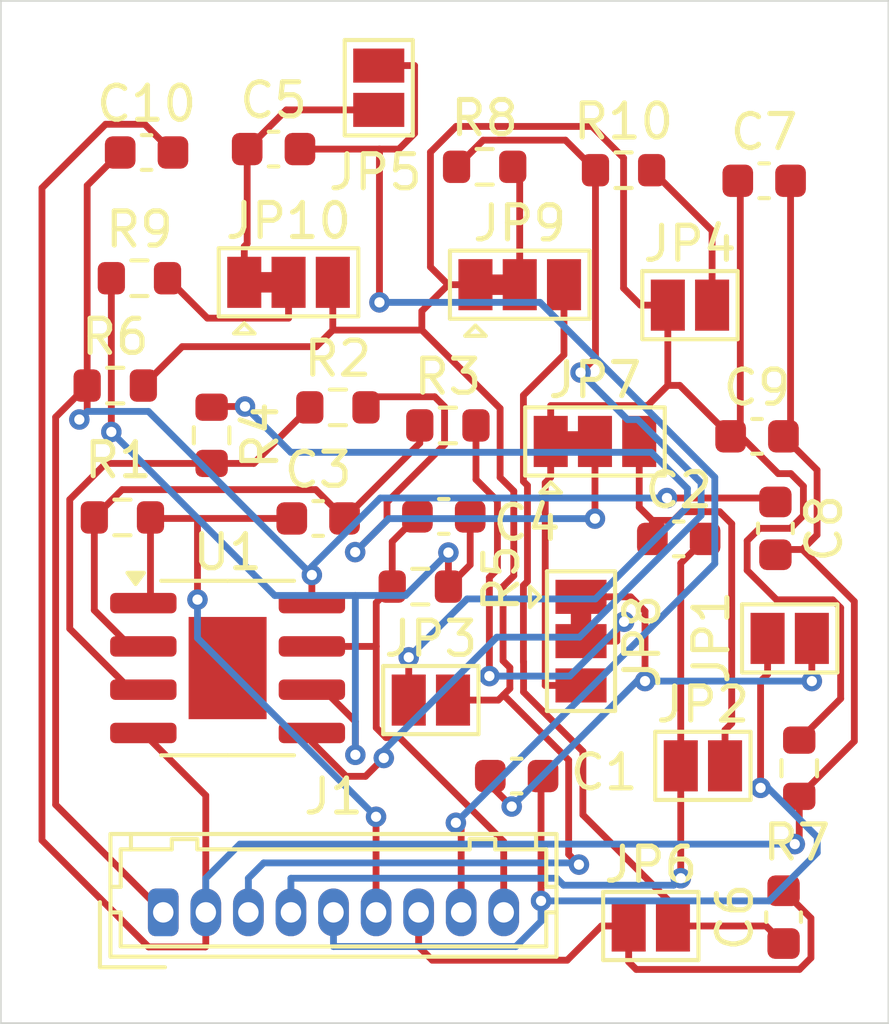
<source format=kicad_pcb>
(kicad_pcb (version 20240108) (generator "pcbnew") (generator_version "8.0")
  (layers (0 "F.Cu" signal) (31 "B.Cu" signal) (34 "B.Paste" user) (35 "F.Paste" user) (36 "B.SilkS" user "B.Silkscreen") (37 "F.SilkS" user "F.Silkscreen") (38 "B.Mask" user) (39 "F.Mask" user) (44 "Edge.Cuts" user))
  (net 0 "")
  (net 1 "Net-(JP1-B)")
  (net 2 "-IN1")
  (net 3 "Net-(JP2-B)")
  (net 4 "+IN1")
  (net 5 "OUT1")
  (net 6 "OUT2")
  (net 7 "Net-(JP10-A)")
  (net 8 "-IN2")
  (net 9 "+IN2")
  (net 10 "Net-(JP6-B)")
  (net 11 "-VEE")
  (net 12 "VREF")
  (net 13 "VCC")
  (net 14 "Net-(JP3-A)")
  (net 15 "Net-(JP4-B)")
  (net 16 "Net-(JP7-C)")
  (net 17 "Net-(JP8-C)")
  (net 18 "Net-(JP9-C)")
  (net 19 "Net-(JP10-C)")
  (net 20 "Net-(U1A--)")
  (net 21 "Net-(U1B--)")
  (net 22 "Net-(U1A-+)")
  (net 23 "Net-(U1B-+)")
  (footprint "Capacitor_SMD:C_0603_1608Metric" (layer "F.Cu") (at 59.52 49.93)
    (property "Reference" "C10" (at 0 -1.43 0) (layer "F.SilkS"))
    (property "Value" "10uF")
    (pad "1" smd roundrect (at -0.775 0) (size 0.9 0.95) (layers "F.Cu" "F.Paste" "F.Mask") (net 13 "VCC"))
    (pad "2" smd roundrect (at 0.775 0) (size 0.9 0.95) (layers "F.Cu" "F.Paste" "F.Mask") (net 11 "-VEE"))
  )
  (footprint "Capacitor_SMD:C_0603_1608Metric" (layer "F.Cu") (at 70.39 68.23)
    (property "Reference" "C1" (at 2.57 -0.11 0) (layer "F.SilkS"))
    (property "Value" "1.0uF")
    (pad "1" smd roundrect (at -0.775 0) (size 0.9 0.95) (layers "F.Cu" "F.Paste" "F.Mask") (net 1 "Net-(JP1-B)"))
    (pad "2" smd roundrect (at 0.775 0) (size 0.9 0.95) (layers "F.Cu" "F.Paste" "F.Mask") (net 2 "-IN1"))
  )
  (footprint "Resistor_SMD:R_0603_1608Metric" (layer "F.Cu") (at 69.45 50.35)
    (property "Reference" "R8" (at 0 -1.43 0) (layer "F.SilkS"))
    (property "Value" "10k")
    (pad "1" smd roundrect (at -0.825 0) (size 0.8 0.95) (layers "F.Cu" "F.Paste" "F.Mask") (net 23 "Net-(U1B-+)"))
    (pad "2" smd roundrect (at 0.825 0) (size 0.8 0.95) (layers "F.Cu" "F.Paste" "F.Mask") (net 18 "Net-(JP9-C)"))
  )
  (footprint "Jumper:SolderJumper-2_P1.3mm_Open_Pad1.0x1.5mm" (layer "F.Cu") (at 74.33 72.63)
    (property "Reference" "JP6" (at 0 -1.8 0) (layer "F.SilkS"))
    (property "Value" "SolderJumper_2_Open")
    (pad "1" smd rect (at -0.65 0) (size 1 1.5) (layers "F.Cu" "F.Mask") (net 9 "+IN2"))
    (pad "2" smd rect (at 0.65 0) (size 1 1.5) (layers "F.Cu" "F.Mask") (net 10 "Net-(JP6-B)"))
  )
  (footprint "Resistor_SMD:R_0603_1608Metric" (layer "F.Cu") (at 78.69 68 -90)
    (property "Reference" "R7" (at 2.18 0.07 0) (layer "F.SilkS"))
    (property "Value" "2.2k")
    (pad "1" smd roundrect (at -0.825 0 270) (size 0.8 0.95) (layers "F.Cu" "F.Paste" "F.Mask") (net 12 "VREF"))
    (pad "2" smd roundrect (at 0.825 0 270) (size 0.8 0.95) (layers "F.Cu" "F.Paste" "F.Mask") (net 11 "-VEE"))
  )
  (footprint "Jumper:SolderJumper-2_P1.3mm_Open_Pad1.0x1.5mm" (layer "F.Cu") (at 66.34 48.03 -90)
    (property "Reference" "JP5" (at 2.48 0.1 0) (layer "F.SilkS"))
    (property "Value" "SolderJumper_2_Open")
    (pad "1" smd rect (at -0.65 0 270) (size 1 1.5) (layers "F.Cu" "F.Mask") (net 8 "-IN2"))
    (pad "2" smd rect (at 0.65 0 270) (size 1 1.5) (layers "F.Cu" "F.Mask") (net 7 "Net-(JP10-A)"))
  )
  (footprint "Connector_Hirose:Hirose_DF13-09P-1.25DSA_1x09_P1.25mm_Vertical" (layer "F.Cu") (at 60.01 72.23)
    (property "Reference" "J1" (at 5 -3.4 0) (layer "F.SilkS"))
    (property "Value" "Conn_01x09")
    (pad "1" thru_hole roundrect (at 0 0) (size 0.9 1.4) (drill 0.6) (layers "*.Cu" "*.Mask") (net 13 "VCC"))
    (pad "2" thru_hole oval (at 1.25 0) (size 0.9 1.4) (drill 0.6) (layers "*.Cu" "*.Mask") (net 11 "-VEE"))
    (pad "3" thru_hole oval (at 2.5 0) (size 0.9 1.4) (drill 0.6) (layers "*.Cu" "*.Mask") (net 12 "VREF"))
    (pad "4" thru_hole oval (at 3.75 0) (size 0.9 1.4) (drill 0.6) (layers "*.Cu" "*.Mask") (net 4 "+IN1"))
    (pad "5" thru_hole oval (at 5 0) (size 0.9 1.4) (drill 0.6) (layers "*.Cu" "*.Mask") (net 2 "-IN1"))
    (pad "6" thru_hole oval (at 6.25 0) (size 0.9 1.4) (drill 0.6) (layers "*.Cu" "*.Mask") (net 5 "OUT1"))
    (pad "7" thru_hole oval (at 7.5 0) (size 0.9 1.4) (drill 0.6) (layers "*.Cu" "*.Mask") (net 9 "+IN2"))
    (pad "8" thru_hole oval (at 8.75 0) (size 0.9 1.4) (drill 0.6) (layers "*.Cu" "*.Mask") (net 8 "-IN2"))
    (pad "9" thru_hole oval (at 10 0) (size 0.9 1.4) (drill 0.6) (layers "*.Cu" "*.Mask") (net 6 "OUT2"))
  )
  (footprint "Capacitor_SMD:C_0603_1608Metric" (layer "F.Cu") (at 77.66 50.76)
    (property "Reference" "C7" (at 0 -1.43 0) (layer "F.SilkS"))
    (property "Value" "0.1uF")
    (pad "1" smd roundrect (at -0.775 0) (size 0.9 0.95) (layers "F.Cu" "F.Paste" "F.Mask") (net 12 "VREF"))
    (pad "2" smd roundrect (at 0.775 0) (size 0.9 0.95) (layers "F.Cu" "F.Paste" "F.Mask") (net 11 "-VEE"))
  )
  (footprint "Jumper:SolderJumper-3_P1.3mm_Bridged12_Pad1.0x1.5mm" (layer "F.Cu") (at 63.69 53.74)
    (property "Reference" "JP10" (at 0 -1.8 0) (layer "F.SilkS"))
    (property "Value" "SolderJumper_3_Bridged12")
    (fp_poly (pts (xy -0.9 -0.3) (xy -0.4 -0.3) (xy -0.4 0.3) (xy -0.9 0.3)) (fill solid) (layer "F.Cu"))
    (pad "1" smd rect (at -1.3 0) (size 1 1.5) (layers "F.Cu" "F.Mask") (net 7 "Net-(JP10-A)"))
    (pad "2" smd rect (at 0 0) (size 1 1.5) (layers "F.Cu" "F.Mask") (net 19 "Net-(JP10-C)"))
    (pad "3" smd rect (at 1.3 0) (size 1 1.5) (layers "F.Cu" "F.Mask") (net 12 "VREF"))
  )
  (footprint "Resistor_SMD:R_0603_1608Metric" (layer "F.Cu") (at 68.37 57.94)
    (property "Reference" "R3" (at 0 -1.43 0) (layer "F.SilkS"))
    (property "Value" "10k")
    (pad "1" smd roundrect (at -0.825 0) (size 0.8 0.95) (layers "F.Cu" "F.Paste" "F.Mask") (net 20 "Net-(U1A--)"))
    (pad "2" smd roundrect (at 0.825 0) (size 0.8 0.95) (layers "F.Cu" "F.Paste" "F.Mask") (net 17 "Net-(JP8-C)"))
  )
  (footprint "Jumper:SolderJumper-3_P1.3mm_Bridged12_Pad1.0x1.5mm" (layer "F.Cu") (at 70.48 53.81)
    (property "Reference" "JP9" (at 0 -1.8 0) (layer "F.SilkS"))
    (property "Value" "SolderJumper_3_Bridged12")
    (fp_poly (pts (xy -0.9 -0.3) (xy -0.4 -0.3) (xy -0.4 0.3) (xy -0.9 0.3)) (fill solid) (layer "F.Cu"))
    (pad "1" smd rect (at -1.3 0) (size 1 1.5) (layers "F.Cu" "F.Mask") (net 12 "VREF"))
    (pad "2" smd rect (at 0 0) (size 1 1.5) (layers "F.Cu" "F.Mask") (net 18 "Net-(JP9-C)"))
    (pad "3" smd rect (at 1.3 0) (size 1 1.5) (layers "F.Cu" "F.Mask") (net 10 "Net-(JP6-B)"))
  )
  (footprint "Resistor_SMD:R_0603_1608Metric" (layer "F.Cu") (at 73.53 50.45)
    (property "Reference" "R10" (at 0 -1.43 0) (layer "F.SilkS"))
    (property "Value" "47k")
    (pad "1" smd roundrect (at -0.825 0) (size 0.8 0.95) (layers "F.Cu" "F.Paste" "F.Mask") (net 23 "Net-(U1B-+)"))
    (pad "2" smd roundrect (at 0.825 0) (size 0.8 0.95) (layers "F.Cu" "F.Paste" "F.Mask") (net 15 "Net-(JP4-B)"))
  )
  (footprint "Capacitor_SMD:C_0603_1608Metric" (layer "F.Cu") (at 68.25 60.61)
    (property "Reference" "C4" (at 2.44 0.19 0) (layer "F.SilkS"))
    (property "Value" "DNP")
    (pad "1" smd roundrect (at -0.775 0) (size 0.9 0.95) (layers "F.Cu" "F.Paste" "F.Mask") (net 6 "OUT2"))
    (pad "2" smd roundrect (at 0.775 0) (size 0.9 0.95) (layers "F.Cu" "F.Paste" "F.Mask") (net 21 "Net-(U1B--)"))
  )
  (footprint "Jumper:SolderJumper-2_P1.3mm_Open_Pad1.0x1.5mm" (layer "F.Cu") (at 75.48 54.41)
    (property "Reference" "JP4" (at 0 -1.8 0) (layer "F.SilkS"))
    (property "Value" "SolderJumper_2_Open")
    (pad "1" smd rect (at -0.65 0) (size 1 1.5) (layers "F.Cu" "F.Mask") (net 12 "VREF"))
    (pad "2" smd rect (at 0.65 0) (size 1 1.5) (layers "F.Cu" "F.Mask") (net 15 "Net-(JP4-B)"))
  )
  (footprint "Jumper:SolderJumper-2_P1.3mm_Open_Pad1.0x1.5mm" (layer "F.Cu") (at 78.41 64.19)
    (property "Reference" "JP1" (at -2.3 -0.03 -90) (layer "F.SilkS"))
    (property "Value" "SolderJumper_2_Open")
    (pad "1" smd rect (at -0.65 0) (size 1 1.5) (layers "F.Cu" "F.Mask") (net 2 "-IN1"))
    (pad "2" smd rect (at 0.65 0) (size 1 1.5) (layers "F.Cu" "F.Mask") (net 1 "Net-(JP1-B)"))
  )
  (footprint "Capacitor_SMD:C_0603_1608Metric" (layer "F.Cu") (at 78.23 72.37 90)
    (property "Reference" "C6" (at 0 -1.43 90) (layer "F.SilkS"))
    (property "Value" "1.0uF")
    (pad "1" smd roundrect (at -0.775 0 90) (size 0.9 0.95) (layers "F.Cu" "F.Paste" "F.Mask") (net 10 "Net-(JP6-B)"))
    (pad "2" smd roundrect (at 0.775 0 90) (size 0.9 0.95) (layers "F.Cu" "F.Paste" "F.Mask") (net 9 "+IN2"))
  )
  (footprint "Jumper:SolderJumper-3_P1.3mm_Bridged12_Pad1.0x1.5mm" (layer "F.Cu") (at 72.28 64.27 -90)
    (property "Reference" "JP8" (at 0 -1.8 90) (layer "F.SilkS"))
    (property "Value" "SolderJumper_3_Bridged12")
    (fp_poly (pts (xy -0.9 -0.3) (xy -0.4 -0.3) (xy -0.4 0.3) (xy -0.9 0.3)) (fill solid) (layer "F.Cu"))
    (pad "1" smd rect (at -1.3 0 270) (size 1 1.5) (layers "F.Cu" "F.Mask") (net 1 "Net-(JP1-B)"))
    (pad "2" smd rect (at 0 0 270) (size 1 1.5) (layers "F.Cu" "F.Mask") (net 17 "Net-(JP8-C)"))
    (pad "3" smd rect (at 1.3 0 270) (size 1 1.5) (layers "F.Cu" "F.Mask") (net 12 "VREF"))
  )
  (footprint "Capacitor_SMD:C_0603_1608Metric" (layer "F.Cu") (at 75.15 61.27)
    (property "Reference" "C2" (at 0 -1.43 0) (layer "F.SilkS"))
    (property "Value" "1.0uF")
    (pad "1" smd roundrect (at -0.775 0) (size 0.9 0.95) (layers "F.Cu" "F.Paste" "F.Mask") (net 3 "Net-(JP2-B)"))
    (pad "2" smd roundrect (at 0.775 0) (size 0.9 0.95) (layers "F.Cu" "F.Paste" "F.Mask") (net 4 "+IN1"))
  )
  (footprint "Capacitor_SMD:C_0603_1608Metric" (layer "F.Cu") (at 77.99 60.96 -90)
    (property "Reference" "C8" (at 0 -1.43 90) (layer "F.SilkS"))
    (property "Value" "0.1uF")
    (pad "1" smd roundrect (at -0.775 0 270) (size 0.9 0.95) (layers "F.Cu" "F.Paste" "F.Mask") (net 13 "VCC"))
    (pad "2" smd roundrect (at 0.775 0 270) (size 0.9 0.95) (layers "F.Cu" "F.Paste" "F.Mask") (net 11 "-VEE"))
  )
  (footprint "Jumper:SolderJumper-2_P1.3mm_Open_Pad1.0x1.5mm" (layer "F.Cu") (at 75.86 67.93)
    (property "Reference" "JP2" (at 0 -1.8 0) (layer "F.SilkS"))
    (property "Value" "SolderJumper_2_Open")
    (pad "1" smd rect (at -0.65 0) (size 1 1.5) (layers "F.Cu" "F.Mask") (net 4 "+IN1"))
    (pad "2" smd rect (at 0.65 0) (size 1 1.5) (layers "F.Cu" "F.Mask") (net 3 "Net-(JP2-B)"))
  )
  (footprint "Resistor_SMD:R_0603_1608Metric" (layer "F.Cu") (at 59.31 53.62)
    (property "Reference" "R9" (at 0 -1.43 0) (layer "F.SilkS"))
    (property "Value" "10k")
    (pad "1" smd roundrect (at -0.825 0) (size 0.8 0.95) (layers "F.Cu" "F.Paste" "F.Mask") (net 21 "Net-(U1B--)"))
    (pad "2" smd roundrect (at 0.825 0) (size 0.8 0.95) (layers "F.Cu" "F.Paste" "F.Mask") (net 19 "Net-(JP10-C)"))
  )
  (footprint "Jumper:SolderJumper-2_P1.3mm_Open_Pad1.0x1.5mm" (layer "F.Cu") (at 67.87 66)
    (property "Reference" "JP3" (at 0 -1.8 0) (layer "F.SilkS"))
    (property "Value" "SolderJumper_2_Open")
    (pad "1" smd rect (at -0.65 0) (size 1 1.5) (layers "F.Cu" "F.Mask") (net 14 "Net-(JP3-A)"))
    (pad "2" smd rect (at 0.65 0) (size 1 1.5) (layers "F.Cu" "F.Mask") (net 12 "VREF"))
  )
  (footprint "Capacitor_SMD:C_0603_1608Metric" (layer "F.Cu") (at 64.56 60.67)
    (property "Reference" "C3" (at 0 -1.43 0) (layer "F.SilkS"))
    (property "Value" "DNP")
    (pad "1" smd roundrect (at -0.775 0) (size 0.9 0.95) (layers "F.Cu" "F.Paste" "F.Mask") (net 5 "OUT1"))
    (pad "2" smd roundrect (at 0.775 0) (size 0.9 0.95) (layers "F.Cu" "F.Paste" "F.Mask") (net 20 "Net-(U1A--)"))
  )
  (footprint "Resistor_SMD:R_0603_1608Metric" (layer "F.Cu") (at 61.43 58.23 -90)
    (property "Reference" "R4" (at 0 -1.43 90) (layer "F.SilkS"))
    (property "Value" "47k")
    (pad "1" smd roundrect (at -0.825 0 270) (size 0.8 0.95) (layers "F.Cu" "F.Paste" "F.Mask") (net 14 "Net-(JP3-A)"))
    (pad "2" smd roundrect (at 0.825 0 270) (size 0.8 0.95) (layers "F.Cu" "F.Paste" "F.Mask") (net 22 "Net-(U1A-+)"))
  )
  (footprint "Resistor_SMD:R_0603_1608Metric" (layer "F.Cu") (at 58.81 60.64 180)
    (property "Reference" "R1" (at 0.12 1.68 0) (layer "F.SilkS"))
    (property "Value" "47k")
    (pad "1" smd roundrect (at -0.825 0 180) (size 0.8 0.95) (layers "F.Cu" "F.Paste" "F.Mask") (net 5 "OUT1"))
    (pad "2" smd roundrect (at 0.825 0 180) (size 0.8 0.95) (layers "F.Cu" "F.Paste" "F.Mask") (net 20 "Net-(U1A--)"))
  )
  (footprint "Capacitor_SMD:C_0603_1608Metric" (layer "F.Cu") (at 63.25 49.83)
    (property "Reference" "C5" (at 0 -1.43 0) (layer "F.SilkS"))
    (property "Value" "1.0uF")
    (pad "1" smd roundrect (at -0.775 0) (size 0.9 0.95) (layers "F.Cu" "F.Paste" "F.Mask") (net 7 "Net-(JP10-A)"))
    (pad "2" smd roundrect (at 0.775 0) (size 0.9 0.95) (layers "F.Cu" "F.Paste" "F.Mask") (net 8 "-IN2"))
  )
  (footprint "Resistor_SMD:R_0603_1608Metric" (layer "F.Cu") (at 67.56 62.67)
    (property "Reference" "R5" (at 2.38 -0.24 -90) (layer "F.SilkS"))
    (property "Value" "47k")
    (pad "1" smd roundrect (at -0.825 0) (size 0.8 0.95) (layers "F.Cu" "F.Paste" "F.Mask") (net 6 "OUT2"))
    (pad "2" smd roundrect (at 0.825 0) (size 0.8 0.95) (layers "F.Cu" "F.Paste" "F.Mask") (net 21 "Net-(U1B--)"))
  )
  (footprint "Jumper:SolderJumper-3_P1.3mm_Bridged12_Pad1.0x1.5mm" (layer "F.Cu") (at 72.69 58.41)
    (property "Reference" "JP7" (at 0 -1.8 0) (layer "F.SilkS"))
    (property "Value" "SolderJumper_3_Bridged12")
    (fp_poly (pts (xy -0.9 -0.3) (xy -0.4 -0.3) (xy -0.4 0.3) (xy -0.9 0.3)) (fill solid) (layer "F.Cu"))
    (pad "1" smd rect (at -1.3 0) (size 1 1.5) (layers "F.Cu" "F.Mask") (net 12 "VREF"))
    (pad "2" smd rect (at 0 0) (size 1 1.5) (layers "F.Cu" "F.Mask") (net 16 "Net-(JP7-C)"))
    (pad "3" smd rect (at 1.3 0) (size 1 1.5) (layers "F.Cu" "F.Mask") (net 3 "Net-(JP2-B)"))
  )
  (footprint "Resistor_SMD:R_0603_1608Metric" (layer "F.Cu") (at 58.6 56.77)
    (property "Reference" "R6" (at 0 -1.43 0) (layer "F.SilkS"))
    (property "Value" "2.2k")
    (pad "1" smd roundrect (at -0.825 0) (size 0.8 0.95) (layers "F.Cu" "F.Paste" "F.Mask") (net 13 "VCC"))
    (pad "2" smd roundrect (at 0.825 0) (size 0.8 0.95) (layers "F.Cu" "F.Paste" "F.Mask") (net 12 "VREF"))
  )
  (footprint "Resistor_SMD:R_0603_1608Metric" (layer "F.Cu") (at 65.14 57.41)
    (property "Reference" "R2" (at 0 -1.43 0) (layer "F.SilkS"))
    (property "Value" "10k")
    (pad "1" smd roundrect (at -0.825 0) (size 0.8 0.95) (layers "F.Cu" "F.Paste" "F.Mask") (net 22 "Net-(U1A-+)"))
    (pad "2" smd roundrect (at 0.825 0) (size 0.8 0.95) (layers "F.Cu" "F.Paste" "F.Mask") (net 16 "Net-(JP7-C)"))
  )
  (footprint "Capacitor_SMD:C_0603_1608Metric" (layer "F.Cu") (at 77.45 58.26)
    (property "Reference" "C9" (at 0 -1.43 0) (layer "F.SilkS"))
    (property "Value" "10uF")
    (pad "1" smd roundrect (at -0.775 0) (size 0.9 0.95) (layers "F.Cu" "F.Paste" "F.Mask") (net 12 "VREF"))
    (pad "2" smd roundrect (at 0.775 0) (size 0.9 0.95) (layers "F.Cu" "F.Paste" "F.Mask") (net 11 "-VEE"))
  )
  (footprint "Package_SO:SOIC-8-1EP_3.9x4.9mm_P1.27mm_EP2.29x3mm" (layer "F.Cu") (at 61.9 65.06)
    (property "Reference" "U1" (at 0 -3.4 0) (layer "F.SilkS"))
    (property "Value" "TSH82")
    (pad "1" smd roundrect (at -2.475 -1.905) (size 1.95 0.6) (layers "F.Cu" "F.Paste" "F.Mask") (net 5 "OUT1"))
    (pad "2" smd roundrect (at -2.475 -0.635) (size 1.95 0.6) (layers "F.Cu" "F.Paste" "F.Mask") (net 20 "Net-(U1A--)"))
    (pad "3" smd roundrect (at -2.475 0.635) (size 1.95 0.6) (layers "F.Cu" "F.Paste" "F.Mask") (net 22 "Net-(U1A-+)"))
    (pad "4" smd roundrect (at -2.475 1.905) (size 1.95 0.6) (layers "F.Cu" "F.Paste" "F.Mask") (net 11 "-VEE"))
    (pad "5" smd roundrect (at 2.475 1.905) (size 1.95 0.6) (layers "F.Cu" "F.Paste" "F.Mask") (net 23 "Net-(U1B-+)"))
    (pad "6" smd roundrect (at 2.475 0.635) (size 1.95 0.6) (layers "F.Cu" "F.Paste" "F.Mask") (net 21 "Net-(U1B--)"))
    (pad "7" smd roundrect (at 2.475 -0.635) (size 1.95 0.6) (layers "F.Cu" "F.Paste" "F.Mask") (net 6 "OUT2"))
    (pad "8" smd roundrect (at 2.475 -1.905) (size 1.95 0.6) (layers "F.Cu" "F.Paste" "F.Mask") (net 13 "VCC"))
    (pad "9" smd rect (at 0 0) (size 2.29 3) (property pad_prop_heatsink) (layers "F.Cu" "F.Mask"))
  )
  (gr_rect (start 55.24 45.48) (end 81.31 75.48) (stroke (width 0.05)) (fill none) (layer "Edge.Cuts"))
  (segment (start 79.06 64.19) (end 79.06 65.2417) (width 0.2) (layer "F.Cu") (net 1))
  (segment (start 79.06 65.2417) (end 79.06 65.4427) (width 0.2) (layer "F.Cu") (net 1))
  (segment (start 72.28 62.97) (end 73.7377 62.97) (width 0.2) (layer "F.Cu") (net 1))
  (segment (start 74.1599 63.3922) (end 74.1599 65.4427) (width 0.2) (layer "F.Cu") (net 1))
  (segment (start 69.615 68.4944) (end 70.2445 69.1239) (width 0.2) (layer "F.Cu") (net 1))
  (segment (start 73.7377 62.97) (end 74.1599 63.3922) (width 0.2) (layer "F.Cu") (net 1))
  (segment (start 69.615 68.23) (end 69.615 68.4944) (width 0.2) (layer "F.Cu") (net 1))
  (via (at 70.2445 69.1239) (size 0.6) (drill 0.3) (layers "F.Cu" "B.Cu") (net 1))
  (via (at 74.1599 65.4427) (size 0.6) (drill 0.3) (layers "F.Cu" "B.Cu") (net 1))
  (via (at 79.06 65.4427) (size 0.6) (drill 0.3) (layers "F.Cu" "B.Cu") (net 1))
  (segment (start 73.9257 65.4427) (end 70.2445 69.1239) (width 0.2) (layer "B.Cu") (net 1))
  (segment (start 74.1599 65.4427) (end 73.9257 65.4427) (width 0.2) (layer "B.Cu") (net 1))
  (segment (start 79.06 65.4427) (end 74.1599 65.4427) (width 0.2) (layer "B.Cu") (net 1))
  (segment (start 77.76 64.19) (end 77.76 65.2417) (width 0.2) (layer "F.Cu") (net 2))
  (segment (start 71.1059 68.2891) (end 71.165 68.23) (width 0.2) (layer "F.Cu") (net 2))
  (segment (start 71.1059 71.8931) (end 71.1059 68.2891) (width 0.2) (layer "F.Cu") (net 2))
  (segment (start 77.5545 65.4472) (end 77.5545 68.5767) (width 0.2) (layer "F.Cu") (net 2))
  (segment (start 77.76 65.2417) (end 77.5545 65.4472) (width 0.2) (layer "F.Cu") (net 2))
  (via (at 71.1059 71.8931) (size 0.6) (drill 0.3) (layers "F.Cu" "B.Cu") (net 2))
  (via (at 77.5545 68.5767) (size 0.6) (drill 0.3) (layers "F.Cu" "B.Cu") (net 2))
  (segment (start 65.01 73.2317) (end 70.3662 73.2317) (width 0.2) (layer "B.Cu") (net 2))
  (segment (start 79.2186 70.48) (end 79.2186 70.0209) (width 0.2) (layer "B.Cu") (net 2))
  (segment (start 77.7744 68.5767) (end 77.5545 68.5767) (width 0.2) (layer "B.Cu") (net 2))
  (segment (start 70.3662 73.2317) (end 71.1059 72.492) (width 0.2) (layer "B.Cu") (net 2))
  (segment (start 65.01 72.23) (end 65.01 73.2317) (width 0.2) (layer "B.Cu") (net 2))
  (segment (start 71.1059 71.8931) (end 77.8055 71.8931) (width 0.2) (layer "B.Cu") (net 2))
  (segment (start 77.8055 71.8931) (end 79.2186 70.48) (width 0.2) (layer "B.Cu") (net 2))
  (segment (start 79.2186 70.0209) (end 77.7744 68.5767) (width 0.2) (layer "B.Cu") (net 2))
  (segment (start 71.1059 72.492) (end 71.1059 71.8931) (width 0.2) (layer "B.Cu") (net 2))
  (segment (start 73.99 60.3417) (end 74.375 60.7267) (width 0.2) (layer "F.Cu") (net 3))
  (segment (start 74.375 60.7267) (end 74.375 61.27) (width 0.2) (layer "F.Cu") (net 3))
  (segment (start 76.7066 66.6817) (end 76.51 66.8783) (width 0.2) (layer "F.Cu") (net 3))
  (segment (start 75.2549 60.4721) (end 76.3532 60.4721) (width 0.2) (layer "F.Cu") (net 3))
  (segment (start 76.7066 60.8255) (end 76.7066 66.6817) (width 0.2) (layer "F.Cu") (net 3))
  (segment (start 76.51 67.93) (end 76.51 66.8783) (width 0.2) (layer "F.Cu") (net 3))
  (segment (start 74.375 60.7267) (end 75.0003 60.7267) (width 0.2) (layer "F.Cu") (net 3))
  (segment (start 75.0003 60.7267) (end 75.2549 60.4721) (width 0.2) (layer "F.Cu") (net 3))
  (segment (start 73.99 59.4617) (end 73.99 60.3417) (width 0.2) (layer "F.Cu") (net 3))
  (segment (start 73.99 58.41) (end 73.99 59.4617) (width 0.2) (layer "F.Cu") (net 3))
  (segment (start 76.3532 60.4721) (end 76.7066 60.8255) (width 0.2) (layer "F.Cu") (net 3))
  (segment (start 75.21 67.93) (end 75.21 71.2283) (width 0.2) (layer "F.Cu") (net 4))
  (segment (start 75.21 61.985) (end 75.21 67.93) (width 0.2) (layer "F.Cu") (net 4))
  (segment (start 75.925 61.27) (end 75.21 61.985) (width 0.2) (layer "F.Cu") (net 4))
  (via (at 75.21 71.2283) (size 0.6) (drill 0.3) (layers "F.Cu" "B.Cu") (net 4))
  (segment (start 71.5651 71.2283) (end 71.7694 71.4326) (width 0.2) (layer "B.Cu") (net 4))
  (segment (start 63.76 72.23) (end 63.76 71.2283) (width 0.2) (layer "B.Cu") (net 4))
  (segment (start 63.76 71.2283) (end 71.5651 71.2283) (width 0.2) (layer "B.Cu") (net 4))
  (segment (start 75.0057 71.4326) (end 75.21 71.2283) (width 0.2) (layer "B.Cu") (net 4))
  (segment (start 71.7694 71.4326) (end 75.0057 71.4326) (width 0.2) (layer "B.Cu") (net 4))
  (segment (start 59.635 62.945) (end 59.635 60.64) (width 0.2) (layer "F.Cu") (net 5))
  (segment (start 61.0153 60.67) (end 61.0153 63.0513) (width 0.2) (layer "F.Cu") (net 5))
  (segment (start 59.425 63.155) (end 59.635 62.945) (width 0.2) (layer "F.Cu") (net 5))
  (segment (start 59.665 60.67) (end 61.0153 60.67) (width 0.2) (layer "F.Cu") (net 5))
  (segment (start 61.0153 60.67) (end 63.785 60.67) (width 0.2) (layer "F.Cu") (net 5))
  (segment (start 59.635 60.64) (end 59.665 60.67) (width 0.2) (layer "F.Cu") (net 5))
  (segment (start 66.26 72.23) (end 66.26 69.4248) (width 0.2) (layer "F.Cu") (net 5))
  (via (at 66.26 69.4248) (size 0.6) (drill 0.3) (layers "F.Cu" "B.Cu") (net 5))
  (via (at 61.0153 63.0513) (size 0.6) (drill 0.3) (layers "F.Cu" "B.Cu") (net 5))
  (segment (start 66.26 69.4248) (end 61.0153 64.1801) (width 0.2) (layer "B.Cu") (net 5))
  (segment (start 61.0153 64.1801) (end 61.0153 63.0513) (width 0.2) (layer "B.Cu") (net 5))
  (segment (start 67.475 60.61) (end 66.735 61.35) (width 0.2) (layer "F.Cu") (net 6))
  (segment (start 66.9524 67.0984) (end 66.5519 67.0984) (width 0.2) (layer "F.Cu") (net 6))
  (segment (start 66.2652 63.1398) (end 66.2652 64.425) (width 0.2) (layer "F.Cu") (net 6))
  (segment (start 64.375 64.425) (end 66.2652 64.425) (width 0.2) (layer "F.Cu") (net 6))
  (segment (start 66.735 62.67) (end 66.2652 63.1398) (width 0.2) (layer "F.Cu") (net 6))
  (segment (start 66.5519 67.0984) (end 66.2652 66.8117) (width 0.2) (layer "F.Cu") (net 6))
  (segment (start 66.2652 66.8117) (end 66.2652 64.425) (width 0.2) (layer "F.Cu") (net 6))
  (segment (start 70.01 72.23) (end 70.01 70.156) (width 0.2) (layer "F.Cu") (net 6))
  (segment (start 66.735 61.35) (end 66.735 62.67) (width 0.2) (layer "F.Cu") (net 6))
  (segment (start 70.01 70.156) (end 66.9524 67.0984) (width 0.2) (layer "F.Cu") (net 6))
  (segment (start 62.39 53.74) (end 62.39 52.6883) (width 0.2) (layer "F.Cu") (net 7))
  (segment (start 66.34 48.68) (end 63.625 48.68) (width 0.2) (layer "F.Cu") (net 7))
  (segment (start 62.475 49.83) (end 62.475 52.6033) (width 0.2) (layer "F.Cu") (net 7))
  (segment (start 63.625 48.68) (end 62.475 49.83) (width 0.2) (layer "F.Cu") (net 7))
  (segment (start 62.475 52.6033) (end 62.39 52.6883) (width 0.2) (layer "F.Cu") (net 7))
  (segment (start 66.36 49.83) (end 66.36 54.3288) (width 0.2) (layer "F.Cu") (net 8))
  (segment (start 66.34 47.38) (end 67.3917 47.38) (width 0.2) (layer "F.Cu") (net 8))
  (segment (start 68.76 72.23) (end 68.76 69.7569) (width 0.2) (layer "F.Cu") (net 8))
  (segment (start 68.76 69.7569) (end 68.6043 69.6012) (width 0.2) (layer "F.Cu") (net 8))
  (segment (start 67.3917 49.3707) (end 66.9324 49.83) (width 0.2) (layer "F.Cu") (net 8))
  (segment (start 67.3917 47.38) (end 67.3917 49.3707) (width 0.2) (layer "F.Cu") (net 8))
  (segment (start 66.36 49.83) (end 64.025 49.83) (width 0.2) (layer "F.Cu") (net 8))
  (segment (start 66.9324 49.83) (end 66.36 49.83) (width 0.2) (layer "F.Cu") (net 8))
  (via (at 66.36 54.3288) (size 0.6) (drill 0.3) (layers "F.Cu" "B.Cu") (net 8))
  (via (at 68.6043 69.6012) (size 0.6) (drill 0.3) (layers "F.Cu" "B.Cu") (net 8))
  (segment (start 66.36 54.3288) (end 71.077 54.3288) (width 0.2) (layer "B.Cu") (net 8))
  (segment (start 71.077 54.3288) (end 76.2093 59.4611) (width 0.2) (layer "B.Cu") (net 8))
  (segment (start 76.2093 61.9962) (end 68.6043 69.6012) (width 0.2) (layer "B.Cu") (net 8))
  (segment (start 76.2093 59.4611) (end 76.2093 61.9962) (width 0.2) (layer "B.Cu") (net 8))
  (segment (start 73.68 72.63) (end 73.68 73.6817) (width 0.2) (layer "F.Cu") (net 9))
  (segment (start 73.903 73.9047) (end 78.6957 73.9047) (width 0.2) (layer "F.Cu") (net 9))
  (segment (start 73.68 72.63) (end 72.8783 72.63) (width 0.2) (layer "F.Cu") (net 9))
  (segment (start 78.6957 73.9047) (end 79.0342 73.5662) (width 0.2) (layer "F.Cu") (net 9))
  (segment (start 67.51 72.23) (end 67.51 73.2317) (width 0.2) (layer "F.Cu") (net 9))
  (segment (start 67.51 73.2317) (end 67.9117 73.6334) (width 0.2) (layer "F.Cu") (net 9))
  (segment (start 71.8749 73.6334) (end 72.8783 72.63) (width 0.2) (layer "F.Cu") (net 9))
  (segment (start 79.0342 73.5662) (end 79.0342 72.3992) (width 0.2) (layer "F.Cu") (net 9))
  (segment (start 79.0342 72.3992) (end 78.23 71.595) (width 0.2) (layer "F.Cu") (net 9))
  (segment (start 73.68 73.6817) (end 73.903 73.9047) (width 0.2) (layer "F.Cu") (net 9))
  (segment (start 67.9117 73.6334) (end 71.8749 73.6334) (width 0.2) (layer "F.Cu") (net 9))
  (segment (start 70.5923 64.8804) (end 70.5883 64.8764) (width 0.2) (layer "F.Cu") (net 10))
  (segment (start 70.5883 57.0567) (end 71.78 55.865) (width 0.2) (layer "F.Cu") (net 10))
  (segment (start 70.5883 59.5824) (end 70.5883 57.0567) (width 0.2) (layer "F.Cu") (net 10))
  (segment (start 74.98 72.63) (end 74.98 72.0118) (width 0.2) (layer "F.Cu") (net 10))
  (segment (start 70.7072 59.7013) (end 70.5883 59.5824) (width 0.2) (layer "F.Cu") (net 10))
  (segment (start 71.78 55.865) (end 71.78 53.81) (width 0.2) (layer "F.Cu") (net 10))
  (segment (start 72.3357 69.3675) (end 72.3357 67.5057) (width 0.2) (layer "F.Cu") (net 10))
  (segment (start 70.7072 62.5172) (end 70.7072 59.7013) (width 0.2) (layer "F.Cu") (net 10))
  (segment (start 70.5883 64.8764) (end 70.5883 62.6361) (width 0.2) (layer "F.Cu") (net 10))
  (segment (start 72.3357 67.5057) (end 70.5923 65.7623) (width 0.2) (layer "F.Cu") (net 10))
  (segment (start 77.715 72.63) (end 74.98 72.63) (width 0.2) (layer "F.Cu") (net 10))
  (segment (start 70.5883 62.6361) (end 70.7072 62.5172) (width 0.2) (layer "F.Cu") (net 10))
  (segment (start 78.23 73.145) (end 77.715 72.63) (width 0.2) (layer "F.Cu") (net 10))
  (segment (start 74.98 72.0118) (end 72.3357 69.3675) (width 0.2) (layer "F.Cu") (net 10))
  (segment (start 70.5923 65.7623) (end 70.5923 64.8804) (width 0.2) (layer "F.Cu") (net 10))
  (segment (start 79.2136 61.1506) (end 79.2136 59.2486) (width 0.2) (layer "F.Cu") (net 11))
  (segment (start 61.26 68.8) (end 59.425 66.965) (width 0.2) (layer "F.Cu") (net 11))
  (segment (start 61.2468 73.2449) (end 61.26 73.2317) (width 0.2) (layer "F.Cu") (net 11))
  (segment (start 56.4476 50.9714) (end 56.4476 70.1143) (width 0.2) (layer "F.Cu") (net 11))
  (segment (start 79.2136 59.2486) (end 78.225 58.26) (width 0.2) (layer "F.Cu") (net 11))
  (segment (start 61.26 72.23) (end 61.26 68.8) (width 0.2) (layer "F.Cu") (net 11))
  (segment (start 78.435 58.05) (end 78.225 58.26) (width 0.2) (layer "F.Cu") (net 11))
  (segment (start 78.7833 61.5809) (end 79.2136 61.1506) (width 0.2) (layer "F.Cu") (net 11))
  (segment (start 78.7833 61.5809) (end 78.1441 61.5809) (width 0.2) (layer "F.Cu") (net 11))
  (segment (start 58.3174 49.1016) (end 56.4476 50.9714) (width 0.2) (layer "F.Cu") (net 11))
  (segment (start 80.3077 67.2073) (end 80.3077 63.1053) (width 0.2) (layer "F.Cu") (net 11))
  (segment (start 80.3077 63.1053) (end 78.7833 61.5809) (width 0.2) (layer "F.Cu") (net 11))
  (segment (start 56.4476 70.1143) (end 59.5782 73.2449) (width 0.2) (layer "F.Cu") (net 11))
  (segment (start 78.435 50.76) (end 78.435 58.05) (width 0.2) (layer "F.Cu") (net 11))
  (segment (start 60.295 49.93) (end 59.4666 49.1016) (width 0.2) (layer "F.Cu") (net 11))
  (segment (start 78.69 68.825) (end 78.69 70.0962) (width 0.2) (layer "F.Cu") (net 11))
  (segment (start 78.69 68.825) (end 80.3077 67.2073) (width 0.2) (layer "F.Cu") (net 11))
  (segment (start 78.69 70.0962) (end 78.5596 70.2266) (width 0.2) (layer "F.Cu") (net 11))
  (segment (start 59.4666 49.1016) (end 58.3174 49.1016) (width 0.2) (layer "F.Cu") (net 11))
  (segment (start 61.26 72.23) (end 61.26 73.2317) (width 0.2) (layer "F.Cu") (net 11))
  (segment (start 59.5782 73.2449) (end 61.2468 73.2449) (width 0.2) (layer "F.Cu") (net 11))
  (segment (start 78.1441 61.5809) (end 77.99 61.735) (width 0.2) (layer "F.Cu") (net 11))
  (via (at 78.5596 70.2266) (size 0.6) (drill 0.3) (layers "F.Cu" "B.Cu") (net 11))
  (segment (start 62.2617 70.2266) (end 61.26 71.2283) (width 0.2) (layer "B.Cu") (net 11))
  (segment (start 61.26 72.23) (end 61.26 71.2283) (width 0.2) (layer "B.Cu") (net 11))
  (segment (start 78.5596 70.2266) (end 62.2617 70.2266) (width 0.2) (layer "B.Cu") (net 11))
  (segment (start 73.53 50.0893) (end 72.6064 49.1657) (width 0.2) (layer "F.Cu") (net 12))
  (segment (start 76.8271 58.1079) (end 78.0736 59.3544) (width 0.2) (layer "F.Cu") (net 12))
  (segment (start 69.3217 66) (end 69.8519 66) (width 0.2) (layer "F.Cu") (net 12))
  (segment (start 69.9906 62.6658) (end 69.9906 64.8467) (width 0.2) (layer "F.Cu") (net 12))
  (segment (start 79.906 63.2928) (end 79.906 65.959) (width 0.2) (layer "F.Cu") (net 12))
  (segment (start 70.004 65.8479) (end 71.9176 67.7615) (width 0.2) (layer "F.Cu") (net 12))
  (segment (start 72.6064 49.1657) (end 68.6129 49.1657) (width 0.2) (layer "F.Cu") (net 12))
  (segment (start 64.99 55.1417) (end 67.6052 55.1417) (width 0.2) (layer "F.Cu") (net 12))
  (segment (start 68.3783 53.81) (end 67.6052 54.5831) (width 0.2) (layer "F.Cu") (net 12))
  (segment (start 79.671 63.0578) (end 79.906 63.2928) (width 0.2) (layer "F.Cu") (net 12))
  (segment (start 74.83 54.41) (end 74.0283 54.41) (width 0.2) (layer "F.Cu") (net 12))
  (segment (start 78.8119 60.5842) (end 78.4361 60.96) (width 0.2) (layer "F.Cu") (net 12))
  (segment (start 60.5669 55.6281) (end 64.5036 55.6281) (width 0.2) (layer "F.Cu") (net 12))
  (segment (start 72.28 65.57) (end 71.2283 65.57) (width 0.2) (layer "F.Cu") (net 12))
  (segment (start 69.9906 64.8467) (end 70.1906 65.0467) (width 0.2) (layer "F.Cu") (net 12))
  (segment (start 76.9586 57.9764) (end 76.9586 50.8336) (width 0.2) (layer "F.Cu") (net 12))
  (segment (start 64.5036 55.6281) (end 64.99 55.1417) (width 0.2) (layer "F.Cu") (net 12))
  (segment (start 71.2283 65.57) (end 71.2283 59.6234) (width 0.2) (layer "F.Cu") (net 12))
  (segment (start 78.0736 59.3544) (end 78.4428 59.3544) (width 0.2) (layer "F.Cu") (net 12))
  (segment (start 64.99 53.74) (end 64.99 54.7917) (width 0.2) (layer "F.Cu") (net 12))
  (segment (start 64.99 54.7917) (end 64.99 55.1417) (width 0.2) (layer "F.Cu") (net 12))
  (segment (start 71.39 58.41) (end 71.39 57.3583) (width 0.2) (layer "F.Cu") (net 12))
  (segment (start 78.4361 60.96) (end 77.5243 60.96) (width 0.2) (layer "F.Cu") (net 12))
  (segment (start 67.858 49.9206) (end 67.858 53.2897) (width 0.2) (layer "F.Cu") (net 12))
  (segment (start 59.425 56.77) (end 60.5669 55.6281) (width 0.2) (layer "F.Cu") (net 12))
  (segment (start 71.9176 67.7615) (end 71.9176 70.5266) (width 0.2) (layer "F.Cu") (net 12))
  (segment (start 73.53 53.9117) (end 73.53 50.0893) (width 0.2) (layer "F.Cu") (net 12))
  (segment (start 69.9038 57.4403) (end 69.9038 59.4659) (width 0.2) (layer "F.Cu") (net 12))
  (segment (start 69.18 53.81) (end 68.3783 53.81) (width 0.2) (layer "F.Cu") (net 12))
  (segment (start 70.3055 62.3509) (end 69.9906 62.6658) (width 0.2) (layer "F.Cu") (net 12))
  (segment (start 78.8119 59.7235) (end 78.8119 60.5842) (width 0.2) (layer "F.Cu") (net 12))
  (segment (start 76.9586 50.8336) (end 76.885 50.76) (width 0.2) (layer "F.Cu") (net 12))
  (segment (start 76.8271 58.1079) (end 76.9586 57.9764) (width 0.2) (layer "F.Cu") (net 12))
  (segment (start 77.1604 61.3239) (end 77.1604 62.1923) (width 0.2) (layer "F.Cu") (net 12))
  (segment (start 70.1906 65.6613) (end 70.004 65.8479) (width 0.2) (layer "F.Cu") (net 12))
  (segment (start 67.6052 54.5831) (end 67.6052 55.1417) (width 0.2) (layer "F.Cu") (net 12))
  (segment (start 71.9176 70.5266) (end 72.2195 70.8285) (width 0.2) (layer "F.Cu") (net 12))
  (segment (start 74.0283 54.41) (end 73.53 53.9117) (width 0.2) (layer "F.Cu") (net 12))
  (segment (start 77.5243 60.96) (end 77.1604 61.3239) (width 0.2) (layer "F.Cu") (net 12))
  (segment (start 74.2367 57.3583) (end 74.83 56.765) (width 0.2) (layer "F.Cu") (net 12))
  (segment (start 69.8519 66) (end 70.004 65.8479) (width 0.2) (layer "F.Cu") (net 12))
  (segment (start 78.4428 59.3544) (end 78.8119 59.7235) (width 0.2) (layer "F.Cu") (net 12))
  (segment (start 69.9038 59.4659) (end 70.3055 59.8676) (width 0.2) (layer "F.Cu") (net 12))
  (segment (start 76.675 58.26) (end 75.18 56.765) (width 0.2) (layer "F.Cu") (net 12))
  (segment (start 77.1604 62.1923) (end 78.0259 63.0578) (width 0.2) (layer "F.Cu") (net 12))
  (segment (start 67.6052 55.1417) (end 69.9038 57.4403) (width 0.2) (layer "F.Cu") (net 12))
  (segment (start 75.18 56.765) (end 74.83 56.765) (width 0.2) (layer "F.Cu") (net 12))
  (segment (start 74.83 56.765) (end 74.83 54.41) (width 0.2) (layer "F.Cu") (net 12))
  (segment (start 79.906 65.959) (end 78.69 67.175) (width 0.2) (layer "F.Cu") (net 12))
  (segment (start 67.858 53.2897) (end 68.3783 53.81) (width 0.2) (layer "F.Cu") (net 12))
  (segment (start 71.39 58.41) (end 71.39 59.4617) (width 0.2) (layer "F.Cu") (net 12))
  (segment (start 78.0259 63.0578) (end 79.671 63.0578) (width 0.2) (layer "F.Cu") (net 12))
  (segment (start 71.2283 59.6234) (end 71.39 59.4617) (width 0.2) (layer "F.Cu") (net 12))
  (segment (start 71.39 57.3583) (end 74.2367 57.3583) (width 0.2) (layer "F.Cu") (net 12))
  (segment (start 70.3055 59.8676) (end 70.3055 62.3509) (width 0.2) (layer "F.Cu") (net 12))
  (segment (start 68.6129 49.1657) (end 67.858 49.9206) (width 0.2) (layer "F.Cu") (net 12))
  (segment (start 70.1906 65.0467) (end 70.1906 65.6613) (width 0.2) (layer "F.Cu") (net 12))
  (segment (start 76.675 58.26) (end 76.8271 58.1079) (width 0.2) (layer "F.Cu") (net 12))
  (segment (start 68.52 66) (end 69.3217 66) (width 0.2) (layer "F.Cu") (net 12))
  (via (at 72.2195 70.8285) (size 0.6) (drill 0.3) (layers "F.Cu" "B.Cu") (net 12))
  (segment (start 62.51 72.23) (end 62.51 71.2283) (width 0.2) (layer "B.Cu") (net 12))
  (segment (start 62.9598 70.7785) (end 72.1695 70.7785) (width 0.2) (layer "B.Cu") (net 12))
  (segment (start 62.51 71.2283) (end 62.9598 70.7785) (width 0.2) (layer "B.Cu") (net 12))
  (segment (start 72.1695 70.7785) (end 72.2195 70.8285) (width 0.2) (layer "B.Cu") (net 12))
  (segment (start 56.8493 57.6957) (end 57.775 56.77) (width 0.2) (layer "F.Cu") (net 13))
  (segment (start 60.01 72.23) (end 56.8493 69.0693) (width 0.2) (layer "F.Cu") (net 13))
  (segment (start 57.5453 57.7665) (end 57.775 57.5368) (width 0.2) (layer "F.Cu") (net 13))
  (segment (start 77.8754 60.0704) (end 74.8041 60.0704) (width 0.2) (layer "F.Cu") (net 13))
  (segment (start 56.8493 69.0693) (end 56.8493 57.6957) (width 0.2) (layer "F.Cu") (net 13))
  (segment (start 57.775 50.9) (end 58.745 49.93) (width 0.2) (layer "F.Cu") (net 13))
  (segment (start 57.775 57.5368) (end 57.775 56.77) (width 0.2) (layer "F.Cu") (net 13))
  (segment (start 77.99 60.185) (end 77.8754 60.0704) (width 0.2) (layer "F.Cu") (net 13))
  (segment (start 57.775 56.77) (end 57.775 50.9) (width 0.2) (layer "F.Cu") (net 13))
  (segment (start 64.375 63.155) (end 64.375 62.3287) (width 0.2) (layer "F.Cu") (net 13))
  (via (at 64.375 62.3287) (size 0.6) (drill 0.3) (layers "F.Cu" "B.Cu") (net 13))
  (via (at 57.5453 57.7665) (size 0.6) (drill 0.3) (layers "F.Cu" "B.Cu") (net 13))
  (via (at 74.8041 60.0704) (size 0.6) (drill 0.3) (layers "F.Cu" "B.Cu") (net 13))
  (segment (start 64.375 62.3287) (end 59.575 57.5287) (width 0.2) (layer "B.Cu") (net 13))
  (segment (start 64.375 62.0788) (end 64.375 62.3287) (width 0.2) (layer "B.Cu") (net 13))
  (segment (start 74.8041 60.0704) (end 66.3834 60.0704) (width 0.2) (layer "B.Cu") (net 13))
  (segment (start 59.575 57.5287) (end 57.7831 57.5287) (width 0.2) (layer "B.Cu") (net 13))
  (segment (start 57.7831 57.5287) (end 57.5453 57.7665) (width 0.2) (layer "B.Cu") (net 13))
  (segment (start 66.3834 60.0704) (end 64.375 62.0788) (width 0.2) (layer "B.Cu") (net 13))
  (segment (start 62.411 57.3847) (end 61.4503 57.3847) (width 0.2) (layer "F.Cu") (net 14))
  (segment (start 61.4503 57.3847) (end 61.43 57.405) (width 0.2) (layer "F.Cu") (net 14))
  (segment (start 67.22 66) (end 67.22 64.9483) (width 0.2) (layer "F.Cu") (net 14))
  (segment (start 67.22 64.9483) (end 67.22 64.7457) (width 0.2) (layer "F.Cu") (net 14))
  (via (at 67.22 64.7457) (size 0.6) (drill 0.3) (layers "F.Cu" "B.Cu") (net 14))
  (via (at 62.411 57.3847) (size 0.6) (drill 0.3) (layers "F.Cu" "B.Cu") (net 14))
  (segment (start 63.7553 58.729) (end 74.3412 58.729) (width 0.2) (layer "B.Cu") (net 14))
  (segment (start 68.9347 63.031) (end 67.22 64.7457) (width 0.2) (layer "B.Cu") (net 14))
  (segment (start 62.411 57.3847) (end 63.7553 58.729) (width 0.2) (layer "B.Cu") (net 14))
  (segment (start 75.4059 60.3296) (end 72.7045 63.031) (width 0.2) (layer "B.Cu") (net 14))
  (segment (start 72.7045 63.031) (end 68.9347 63.031) (width 0.2) (layer "B.Cu") (net 14))
  (segment (start 75.4059 59.7937) (end 75.4059 60.3296) (width 0.2) (layer "B.Cu") (net 14))
  (segment (start 74.3412 58.729) (end 75.4059 59.7937) (width 0.2) (layer "B.Cu") (net 14))
  (segment (start 76.13 52.225) (end 74.355 50.45) (width 0.2) (layer "F.Cu") (net 15))
  (segment (start 76.13 54.41) (end 76.13 52.225) (width 0.2) (layer "F.Cu") (net 15))
  (segment (start 66.5819 60.7227) (end 66.5819 60.193) (width 0.2) (layer "F.Cu") (net 16))
  (segment (start 72.69 58.41) (end 72.69 60.6747) (width 0.2) (layer "F.Cu") (net 16))
  (segment (start 68.2722 58.5027) (end 68.2722 57.388) (width 0.2) (layer "F.Cu") (net 16))
  (segment (start 65.6467 61.6579) (end 66.5819 60.7227) (width 0.2) (layer "F.Cu") (net 16))
  (segment (start 67.9833 57.0991) (end 66.2759 57.0991) (width 0.2) (layer "F.Cu") (net 16))
  (segment (start 66.5819 60.193) (end 68.2722 58.5027) (width 0.2) (layer "F.Cu") (net 16))
  (segment (start 66.2759 57.0991) (end 65.965 57.41) (width 0.2) (layer "F.Cu") (net 16))
  (segment (start 68.2722 57.388) (end 67.9833 57.0991) (width 0.2) (layer "F.Cu") (net 16))
  (via (at 65.6467 61.6579) (size 0.6) (drill 0.3) (layers "F.Cu" "B.Cu") (net 16))
  (via (at 72.69 60.6747) (size 0.6) (drill 0.3) (layers "F.Cu" "B.Cu") (net 16))
  (segment (start 66.6299 60.6747) (end 72.69 60.6747) (width 0.2) (layer "B.Cu") (net 16))
  (segment (start 65.6467 61.6579) (end 66.6299 60.6747) (width 0.2) (layer "B.Cu") (net 16))
  (segment (start 69.5889 65.2959) (end 69.5889 62.3996) (width 0.2) (layer "F.Cu") (net 17))
  (segment (start 73.3317 63.9135) (end 73.5448 63.7004) (width 0.2) (layer "F.Cu") (net 17))
  (segment (start 69.5889 62.3996) (end 69.8251 62.1634) (width 0.2) (layer "F.Cu") (net 17))
  (segment (start 73.3317 64.27) (end 73.3317 63.9135) (width 0.2) (layer "F.Cu") (net 17))
  (segment (start 69.8251 62.1634) (end 69.8251 60.1554) (width 0.2) (layer "F.Cu") (net 17))
  (segment (start 69.195 59.5253) (end 69.195 57.94) (width 0.2) (layer "F.Cu") (net 17))
  (segment (start 69.8251 60.1554) (end 69.195 59.5253) (width 0.2) (layer "F.Cu") (net 17))
  (segment (start 72.28 64.27) (end 73.3317 64.27) (width 0.2) (layer "F.Cu") (net 17))
  (via (at 69.5889 65.2959) (size 0.6) (drill 0.3) (layers "F.Cu" "B.Cu") (net 17))
  (via (at 73.5448 63.7004) (size 0.6) (drill 0.3) (layers "F.Cu" "B.Cu") (net 17))
  (segment (start 71.9493 65.2959) (end 69.5889 65.2959) (width 0.2) (layer "B.Cu") (net 17))
  (segment (start 73.5448 63.7004) (end 71.9493 65.2959) (width 0.2) (layer "B.Cu") (net 17))
  (segment (start 70.48 53.81) (end 70.48 50.555) (width 0.2) (layer "F.Cu") (net 18))
  (segment (start 70.48 50.555) (end 70.275 50.35) (width 0.2) (layer "F.Cu") (net 18))
  (segment (start 61.3067 54.7917) (end 60.135 53.62) (width 0.2) (layer "F.Cu") (net 19))
  (segment (start 63.69 54.7917) (end 61.3067 54.7917) (width 0.2) (layer "F.Cu") (net 19))
  (segment (start 63.69 53.74) (end 63.69 54.7917) (width 0.2) (layer "F.Cu") (net 19))
  (segment (start 65.335 60.67) (end 67.545 58.46) (width 0.2) (layer "F.Cu") (net 20))
  (segment (start 58.8008 59.8242) (end 64.4892 59.8242) (width 0.2) (layer "F.Cu") (net 20))
  (segment (start 67.545 58.46) (end 67.545 57.94) (width 0.2) (layer "F.Cu") (net 20))
  (segment (start 57.985 63.3627) (end 57.985 60.64) (width 0.2) (layer "F.Cu") (net 20))
  (segment (start 59.425 64.425) (end 59.0473 64.425) (width 0.2) (layer "F.Cu") (net 20))
  (segment (start 59.0473 64.425) (end 57.985 63.3627) (width 0.2) (layer "F.Cu") (net 20))
  (segment (start 64.4892 59.8242) (end 65.335 60.67) (width 0.2) (layer "F.Cu") (net 20))
  (segment (start 57.985 60.64) (end 58.8008 59.8242) (width 0.2) (layer "F.Cu") (net 20))
  (segment (start 65.6523 67.6069) (end 65.6523 66.6276) (width 0.2) (layer "F.Cu") (net 21))
  (segment (start 69.025 60.61) (end 69.025 62.03) (width 0.2) (layer "F.Cu") (net 21))
  (segment (start 58.485 53.62) (end 58.485 58.1305) (width 0.2) (layer "F.Cu") (net 21))
  (segment (start 69.025 62.03) (end 68.385 62.67) (width 0.2) (layer "F.Cu") (net 21))
  (segment (start 64.7197 65.695) (end 64.375 65.695) (width 0.2) (layer "F.Cu") (net 21))
  (segment (start 65.6523 66.6276) (end 64.7197 65.695) (width 0.2) (layer "F.Cu") (net 21))
  (segment (start 68.385 61.6707) (end 68.385 62.67) (width 0.2) (layer "F.Cu") (net 21))
  (via (at 65.6523 67.6069) (size 0.6) (drill 0.3) (layers "F.Cu" "B.Cu") (net 21))
  (via (at 58.485 58.1305) (size 0.6) (drill 0.3) (layers "F.Cu" "B.Cu") (net 21))
  (via (at 68.385 61.6707) (size 0.6) (drill 0.3) (layers "F.Cu" "B.Cu") (net 21))
  (segment (start 65.6523 62.9305) (end 63.285 62.9305) (width 0.2) (layer "B.Cu") (net 21))
  (segment (start 65.6523 62.9305) (end 65.6523 67.6069) (width 0.2) (layer "B.Cu") (net 21))
  (segment (start 63.285 62.9305) (end 58.485 58.1305) (width 0.2) (layer "B.Cu") (net 21))
  (segment (start 68.385 61.6707) (end 67.1252 62.9305) (width 0.2) (layer "B.Cu") (net 21))
  (segment (start 67.1252 62.9305) (end 65.6523 62.9305) (width 0.2) (layer "B.Cu") (net 21))
  (segment (start 57.2636 63.9057) (end 59.0529 65.695) (width 0.2) (layer "F.Cu") (net 22))
  (segment (start 59.0529 65.695) (end 59.425 65.695) (width 0.2) (layer "F.Cu") (net 22))
  (segment (start 62.67 59.055) (end 61.43 59.055) (width 0.2) (layer "F.Cu") (net 22))
  (segment (start 58.3221 59.055) (end 57.2636 60.1135) (width 0.2) (layer "F.Cu") (net 22))
  (segment (start 61.43 59.055) (end 58.3221 59.055) (width 0.2) (layer "F.Cu") (net 22))
  (segment (start 57.2636 60.1135) (end 57.2636 63.9057) (width 0.2) (layer "F.Cu") (net 22))
  (segment (start 64.315 57.41) (end 62.67 59.055) (width 0.2) (layer "F.Cu") (net 22))
  (segment (start 72.705 55.95) (end 72.705 50.45) (width 0.2) (layer "F.Cu") (net 23))
  (segment (start 69.4076 49.5674) (end 71.8224 49.5674) (width 0.2) (layer "F.Cu") (net 23))
  (segment (start 65.9504 68.2371) (end 66.4874 67.7001) (width 0.2) (layer "F.Cu") (net 23))
  (segment (start 65.3801 68.2371) (end 65.9504 68.2371) (width 0.2) (layer "F.Cu") (net 23))
  (segment (start 72.2667 56.3883) (end 72.705 55.95) (width 0.2) (layer "F.Cu") (net 23))
  (segment (start 71.8224 49.5674) (end 72.705 50.45) (width 0.2) (layer "F.Cu") (net 23))
  (segment (start 68.625 50.35) (end 69.4076 49.5674) (width 0.2) (layer "F.Cu") (net 23))
  (segment (start 64.375 66.965) (end 64.375 67.232) (width 0.2) (layer "F.Cu") (net 23))
  (segment (start 64.375 67.232) (end 65.3801 68.2371) (width 0.2) (layer "F.Cu") (net 23))
  (via (at 72.2667 56.3883) (size 0.6) (drill 0.3) (layers "F.Cu" "B.Cu") (net 23))
  (via (at 66.4874 67.7001) (size 0.6) (drill 0.3) (layers "F.Cu" "B.Cu") (net 23))
  (segment (start 73.6463 57.7679) (end 72.2667 56.3883) (width 0.2) (layer "B.Cu") (net 23))
  (segment (start 66.4874 67.7001) (end 66.4874 67.4742) (width 0.2) (layer "B.Cu") (net 23))
  (segment (start 73.9481 57.7679) (end 73.6463 57.7679) (width 0.2) (layer "B.Cu") (net 23))
  (segment (start 75.8076 59.6274) (end 73.9481 57.7679) (width 0.2) (layer "B.Cu") (net 23))
  (segment (start 69.8082 64.1534) (end 72.234 64.1534) (width 0.2) (layer "B.Cu") (net 23))
  (segment (start 75.8076 60.5798) (end 75.8076 59.6274) (width 0.2) (layer "B.Cu") (net 23))
  (segment (start 72.234 64.1534) (end 75.8076 60.5798) (width 0.2) (layer "B.Cu") (net 23))
  (segment (start 66.4874 67.4742) (end 69.8082 64.1534) (width 0.2) (layer "B.Cu") (net 23))
)
</source>
